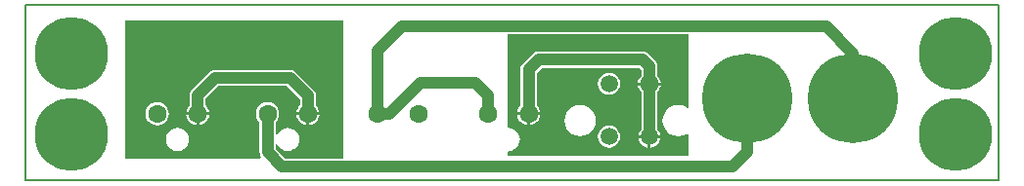
<source format=gbl>
G04 Layer_Physical_Order=2*
G04 Layer_Color=16711680*
%FSLAX44Y44*%
%MOMM*%
G71*
G01*
G75*
%ADD10C,1.0000*%
%ADD11C,0.2000*%
%ADD12C,6.3500*%
%ADD13C,1.6000*%
%ADD14C,1.5200*%
%ADD15C,7.8000*%
G36*
X574000Y63524D02*
X572861Y62962D01*
X571818Y63762D01*
X568534Y65122D01*
X565009Y65587D01*
X561485Y65122D01*
X558201Y63762D01*
X555381Y61598D01*
X553217Y58778D01*
X551857Y55494D01*
X551393Y51970D01*
X551857Y48446D01*
X553217Y45162D01*
X555381Y42342D01*
X558201Y40178D01*
X561485Y38818D01*
X565009Y38354D01*
X568534Y38818D01*
X571818Y40178D01*
X572861Y40978D01*
X574000Y40416D01*
Y21343D01*
X417000D01*
Y24783D01*
X417955Y25621D01*
X418007Y25614D01*
X420617Y25958D01*
X423050Y26965D01*
X425139Y28568D01*
X426742Y30657D01*
X427749Y33089D01*
X428093Y35700D01*
X427749Y38310D01*
X426742Y40743D01*
X425139Y42832D01*
X423050Y44435D01*
X420617Y45443D01*
X418007Y45786D01*
X417955Y45780D01*
X417000Y46617D01*
Y126940D01*
X574000D01*
Y63524D01*
D02*
G37*
G36*
X275000Y19060D02*
X224925D01*
X216560Y27424D01*
Y31454D01*
X217830Y31706D01*
X218265Y30657D01*
X219868Y28568D01*
X221957Y26965D01*
X224389Y25958D01*
X227000Y25614D01*
X229611Y25958D01*
X232043Y26965D01*
X234132Y28568D01*
X235735Y30657D01*
X236743Y33089D01*
X237086Y35700D01*
X236743Y38310D01*
X235735Y40743D01*
X234132Y42832D01*
X232043Y44435D01*
X229611Y45443D01*
X227000Y45786D01*
X224389Y45443D01*
X221957Y44435D01*
X219868Y42832D01*
X218265Y40743D01*
X217830Y39694D01*
X216560Y39946D01*
Y50813D01*
X216632Y50868D01*
X218235Y52957D01*
X219243Y55389D01*
X219586Y58000D01*
X219243Y60610D01*
X218235Y63043D01*
X216632Y65132D01*
X214543Y66735D01*
X212111Y67743D01*
X209500Y68086D01*
X206889Y67743D01*
X204457Y66735D01*
X202368Y65132D01*
X200765Y63043D01*
X199757Y60610D01*
X199414Y58000D01*
X199757Y55389D01*
X200765Y52957D01*
X202368Y50868D01*
X202440Y50813D01*
Y24500D01*
X202680Y22673D01*
X203386Y20970D01*
X203923Y20270D01*
X203296Y19000D01*
X86000D01*
Y139000D01*
X275000D01*
Y19060D01*
D02*
G37*
%LPC*%
G36*
X480009Y65587D02*
X476485Y65122D01*
X473201Y63762D01*
X470381Y61598D01*
X468217Y58778D01*
X466857Y55494D01*
X466393Y51970D01*
X466857Y48446D01*
X468217Y45162D01*
X470381Y42342D01*
X473201Y40178D01*
X476485Y38818D01*
X480009Y38354D01*
X483534Y38818D01*
X486818Y40178D01*
X489638Y42342D01*
X491802Y45162D01*
X493162Y48446D01*
X493626Y51970D01*
X493162Y55494D01*
X491802Y58778D01*
X489638Y61598D01*
X486818Y63762D01*
X483534Y65122D01*
X480009Y65587D01*
D02*
G37*
G36*
X549931Y82750D02*
X530088D01*
X530267Y81390D01*
X531275Y78957D01*
X532878Y76868D01*
X532949Y76813D01*
Y44568D01*
X531624Y42841D01*
X530657Y40506D01*
X530491Y39250D01*
X549528D01*
X549362Y40506D01*
X548395Y42841D01*
X547070Y44568D01*
Y76813D01*
X547142Y76868D01*
X548745Y78957D01*
X549752Y81390D01*
X549931Y82750D01*
D02*
G37*
G36*
X549528Y36750D02*
X541259D01*
Y28482D01*
X542516Y28647D01*
X544851Y29614D01*
X546856Y31153D01*
X548395Y33159D01*
X549362Y35494D01*
X549528Y36750D01*
D02*
G37*
G36*
X505009Y47683D02*
X502503Y47353D01*
X500168Y46386D01*
X498163Y44847D01*
X496624Y42841D01*
X495657Y40506D01*
X495327Y38000D01*
X495657Y35494D01*
X496624Y33159D01*
X498163Y31153D01*
X500168Y29614D01*
X502503Y28647D01*
X505009Y28317D01*
X507516Y28647D01*
X509851Y29614D01*
X511856Y31153D01*
X513395Y33159D01*
X514362Y35494D01*
X514692Y38000D01*
X514362Y40506D01*
X513395Y42841D01*
X511856Y44847D01*
X509851Y46386D01*
X507516Y47353D01*
X505009Y47683D01*
D02*
G37*
G36*
X538760Y36750D02*
X530491D01*
X530657Y35494D01*
X531624Y33159D01*
X533163Y31153D01*
X535168Y29614D01*
X537503Y28647D01*
X538760Y28482D01*
Y36750D01*
D02*
G37*
G36*
X445428Y56750D02*
X436757D01*
Y48078D01*
X438117Y48257D01*
X440550Y49265D01*
X442639Y50868D01*
X444242Y52957D01*
X445249Y55389D01*
X445428Y56750D01*
D02*
G37*
G36*
X534010Y112051D02*
X443991D01*
X442163Y111810D01*
X440460Y111105D01*
X438998Y109983D01*
X430514Y101499D01*
X429392Y100037D01*
X428687Y98334D01*
X428446Y96507D01*
Y65187D01*
X428375Y65132D01*
X426772Y63043D01*
X425764Y60610D01*
X425585Y59250D01*
X445428D01*
X445249Y60610D01*
X444242Y63043D01*
X442639Y65132D01*
X442567Y65187D01*
Y93582D01*
X446915Y97930D01*
X531085D01*
X532949Y96066D01*
Y91187D01*
X532878Y91132D01*
X531275Y89043D01*
X530267Y86610D01*
X530088Y85250D01*
X549931D01*
X549752Y86610D01*
X548745Y89043D01*
X547142Y91132D01*
X547070Y91187D01*
Y98990D01*
X546829Y100818D01*
X546124Y102521D01*
X545002Y103983D01*
X539002Y109983D01*
X537540Y111105D01*
X535837Y111810D01*
X534010Y112051D01*
D02*
G37*
G36*
X505009Y93683D02*
X502503Y93353D01*
X500168Y92386D01*
X498163Y90847D01*
X496624Y88841D01*
X495657Y86506D01*
X495327Y84000D01*
X495657Y81494D01*
X496624Y79159D01*
X498163Y77153D01*
X500168Y75615D01*
X502503Y74647D01*
X505009Y74317D01*
X507516Y74647D01*
X509851Y75615D01*
X511856Y77153D01*
X513395Y79159D01*
X514362Y81494D01*
X514692Y84000D01*
X514362Y86506D01*
X513395Y88841D01*
X511856Y90847D01*
X509851Y92386D01*
X507516Y93353D01*
X505009Y93683D01*
D02*
G37*
G36*
X434257Y56750D02*
X425585D01*
X425764Y55389D01*
X426772Y52957D01*
X428375Y50868D01*
X430464Y49265D01*
X432896Y48257D01*
X434257Y48078D01*
Y56750D01*
D02*
G37*
G36*
X114000Y68086D02*
X111390Y67743D01*
X108957Y66735D01*
X106868Y65132D01*
X105265Y63043D01*
X104257Y60610D01*
X103914Y58000D01*
X104257Y55389D01*
X105265Y52957D01*
X106868Y50868D01*
X108957Y49265D01*
X111390Y48257D01*
X114000Y47914D01*
X116610Y48257D01*
X119043Y49265D01*
X121132Y50868D01*
X122735Y52957D01*
X123743Y55389D01*
X124086Y58000D01*
X123743Y60610D01*
X122735Y63043D01*
X121132Y65132D01*
X119043Y66735D01*
X116610Y67743D01*
X114000Y68086D01*
D02*
G37*
G36*
X131500Y45786D02*
X128890Y45443D01*
X126457Y44435D01*
X124368Y42832D01*
X122765Y40743D01*
X121757Y38310D01*
X121414Y35700D01*
X121757Y33089D01*
X122765Y30657D01*
X124368Y28568D01*
X126457Y26965D01*
X128890Y25958D01*
X131500Y25614D01*
X134110Y25958D01*
X136543Y26965D01*
X138632Y28568D01*
X140235Y30657D01*
X141243Y33089D01*
X141586Y35700D01*
X141243Y38310D01*
X140235Y40743D01*
X138632Y42832D01*
X136543Y44435D01*
X134110Y45443D01*
X131500Y45786D01*
D02*
G37*
G36*
X147750Y56750D02*
X139078D01*
X139257Y55389D01*
X140265Y52957D01*
X141868Y50868D01*
X143957Y49265D01*
X146390Y48257D01*
X147750Y48078D01*
Y56750D01*
D02*
G37*
G36*
X229000Y96060D02*
X164000D01*
X162173Y95820D01*
X160470Y95114D01*
X159008Y93992D01*
X144008Y78993D01*
X142886Y77530D01*
X142180Y75827D01*
X141940Y74000D01*
Y65187D01*
X141868Y65132D01*
X140265Y63043D01*
X139257Y60610D01*
X139078Y59250D01*
X158922D01*
X158743Y60610D01*
X157735Y63043D01*
X156132Y65132D01*
X156060Y65187D01*
Y71076D01*
X166924Y81940D01*
X226075D01*
X237440Y70575D01*
Y65187D01*
X237368Y65132D01*
X235765Y63043D01*
X234757Y60610D01*
X234578Y59250D01*
X254422D01*
X254243Y60610D01*
X253235Y63043D01*
X251632Y65132D01*
X251560Y65187D01*
Y73500D01*
X251320Y75327D01*
X250614Y77030D01*
X249492Y78492D01*
X233992Y93992D01*
X232530Y95114D01*
X230827Y95820D01*
X229000Y96060D01*
D02*
G37*
G36*
X243250Y56750D02*
X234578D01*
X234757Y55389D01*
X235765Y52957D01*
X237368Y50868D01*
X239457Y49265D01*
X241889Y48257D01*
X243250Y48078D01*
Y56750D01*
D02*
G37*
G36*
X158922D02*
X150250D01*
Y48078D01*
X151610Y48257D01*
X154043Y49265D01*
X156132Y50868D01*
X157735Y52957D01*
X158743Y55389D01*
X158922Y56750D01*
D02*
G37*
G36*
X254422D02*
X245750D01*
Y48078D01*
X247111Y48257D01*
X249543Y49265D01*
X251632Y50868D01*
X253235Y52957D01*
X254243Y55389D01*
X254422Y56750D01*
D02*
G37*
%LPD*%
D10*
X400507Y58000D02*
Y73493D01*
X540009Y38000D02*
Y84000D01*
X164000Y89000D02*
X229000D01*
X244500Y73500D01*
X149000Y74000D02*
X164000Y89000D01*
X149000Y58000D02*
Y74000D01*
X244500Y58000D02*
Y73500D01*
X209500Y24500D02*
Y58000D01*
Y24500D02*
X222000Y12000D01*
X612000D01*
X625012Y25012D01*
Y71000D01*
X435507Y58000D02*
Y96507D01*
X443991Y104991D01*
X534010D01*
X540009Y98990D01*
Y84000D02*
Y98990D01*
X305005Y58000D02*
Y113005D01*
X315000Y58000D02*
X342000Y85000D01*
X389000D01*
X400507Y73493D01*
X305005Y58000D02*
X315000D01*
X716515Y71000D02*
Y110485D01*
X305005Y113005D02*
X326000Y134000D01*
X693000D01*
X716515Y110485D01*
D11*
X0Y152500D02*
X842500D01*
X842500Y0D02*
Y152500D01*
X0Y0D02*
Y152500D01*
Y0D02*
X842500D01*
D12*
X40000Y40000D02*
D03*
X805000D02*
D03*
Y110000D02*
D03*
X40000D02*
D03*
D13*
X114000Y58000D02*
D03*
X149000D02*
D03*
X305005D02*
D03*
X340005D02*
D03*
X400507D02*
D03*
X435507D02*
D03*
X209500D02*
D03*
X244500D02*
D03*
X540009Y84000D02*
D03*
D14*
X505009D02*
D03*
X540009Y38000D02*
D03*
X505009D02*
D03*
D15*
X625012Y71000D02*
D03*
X716515Y71000D02*
D03*
M02*

</source>
